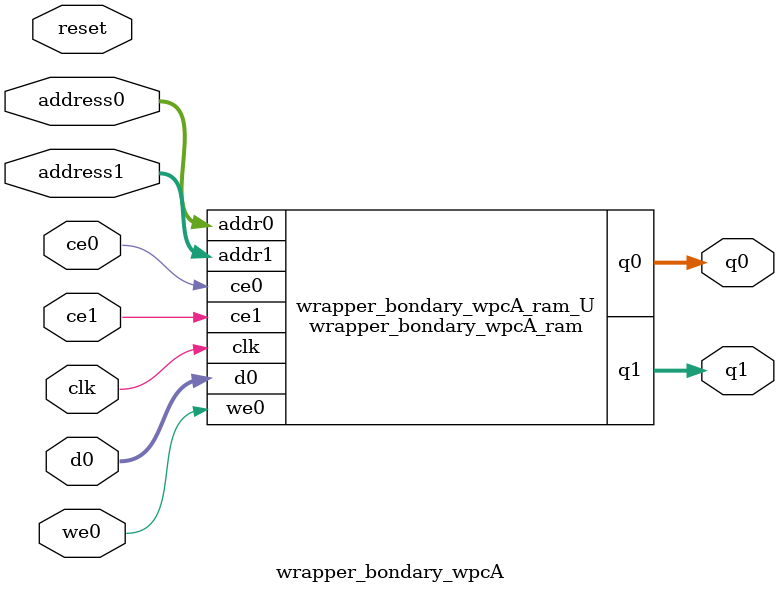
<source format=v>
`timescale 1 ns / 1 ps
module wrapper_bondary_wpcA_ram (addr0, ce0, d0, we0, q0, addr1, ce1, q1,  clk);

parameter DWIDTH = 32;
parameter AWIDTH = 5;
parameter MEM_SIZE = 32;

input[AWIDTH-1:0] addr0;
input ce0;
input[DWIDTH-1:0] d0;
input we0;
output reg[DWIDTH-1:0] q0;
input[AWIDTH-1:0] addr1;
input ce1;
output reg[DWIDTH-1:0] q1;
input clk;

(* ram_style = "block" *)reg [DWIDTH-1:0] ram[0:MEM_SIZE-1];




always @(posedge clk)  
begin 
    if (ce0) begin
        if (we0) 
            ram[addr0] <= d0; 
        q0 <= ram[addr0];
    end
end


always @(posedge clk)  
begin 
    if (ce1) begin
        q1 <= ram[addr1];
    end
end


endmodule

`timescale 1 ns / 1 ps
module wrapper_bondary_wpcA(
    reset,
    clk,
    address0,
    ce0,
    we0,
    d0,
    q0,
    address1,
    ce1,
    q1);

parameter DataWidth = 32'd32;
parameter AddressRange = 32'd32;
parameter AddressWidth = 32'd5;
input reset;
input clk;
input[AddressWidth - 1:0] address0;
input ce0;
input we0;
input[DataWidth - 1:0] d0;
output[DataWidth - 1:0] q0;
input[AddressWidth - 1:0] address1;
input ce1;
output[DataWidth - 1:0] q1;



wrapper_bondary_wpcA_ram wrapper_bondary_wpcA_ram_U(
    .clk( clk ),
    .addr0( address0 ),
    .ce0( ce0 ),
    .we0( we0 ),
    .d0( d0 ),
    .q0( q0 ),
    .addr1( address1 ),
    .ce1( ce1 ),
    .q1( q1 ));

endmodule


</source>
